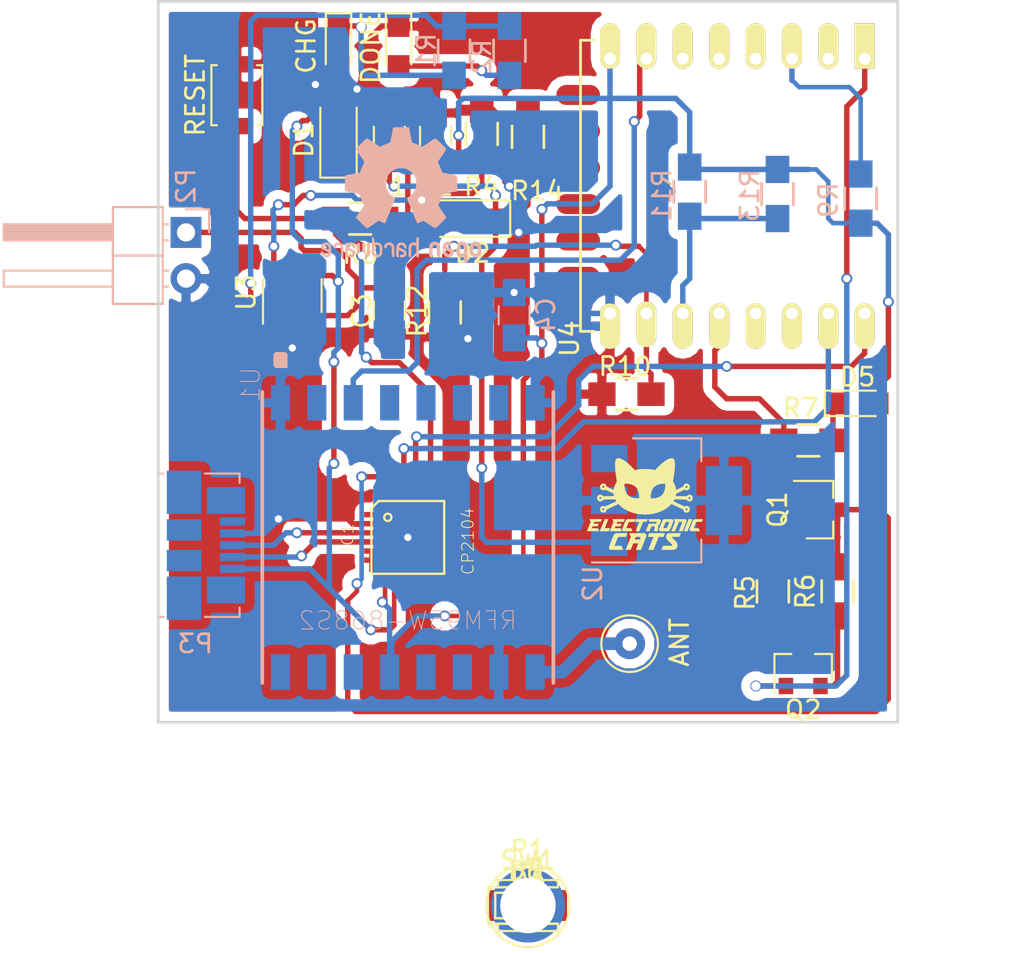
<source format=kicad_pcb>
(kicad_pcb (version 4) (host pcbnew 4.0.6)
  (layers (0 F.Cu signal) (31 B.Cu signal) (34 B.Paste user) (35 F.Paste user) (36 B.SilkS user) (37 F.SilkS user) (38 B.Mask user) (39 F.Mask user) (44 Edge.Cuts user))
  (net 0 "")
  (net 1 "Net-(C1-Pad1)")
  (net 2 GND)
  (net 3 +3V3)
  (net 4 +BATT)
  (net 5 VCC)
  (net 6 "Net-(D3-Pad1)")
  (net 7 "Net-(D4-Pad2)")
  (net 8 "Net-(D5-Pad1)")
  (net 9 "Net-(IC1-Pad1)")
  (net 10 "Net-(IC1-Pad3)")
  (net 11 "Net-(IC1-Pad4)")
  (net 12 "Net-(IC1-Pad9)")
  (net 13 "Net-(IC1-Pad11)")
  (net 14 "Net-(IC1-Pad12)")
  (net 15 "Net-(IC1-Pad13)")
  (net 16 "Net-(IC1-Pad14)")
  (net 17 "Net-(IC1-Pad15)")
  (net 18 "Net-(IC1-Pad16)")
  (net 19 "Net-(IC1-Pad17)")
  (net 20 "Net-(IC1-Pad18)")
  (net 21 /RST)
  (net 22 /TXD)
  (net 23 /RXD)
  (net 24 "Net-(IC1-Pad22)")
  (net 25 /DTR)
  (net 26 "Net-(IC1-Pad24)")
  (net 27 /GPIO0)
  (net 28 "Net-(Q1-Pad2)")
  (net 29 /RESET)
  (net 30 "Net-(Q2-Pad2)")
  (net 31 /RTS)
  (net 32 "Net-(R1-Pad1)")
  (net 33 /ADC)
  (net 34 /CH_PD)
  (net 35 /GPIO15)
  (net 36 /GPIO2)
  (net 37 /GPIO13)
  (net 38 "Net-(U4-Pad9)")
  (net 39 "Net-(U4-Pad10)")
  (net 40 "Net-(U4-Pad11)")
  (net 41 "Net-(U4-Pad12)")
  (net 42 "Net-(U4-Pad13)")
  (net 43 "Net-(U4-Pad14)")
  (net 44 "Net-(R14-Pad1)")
  (net 45 "Net-(P1-Pad1)")
  (net 46 "Net-(P3-Pad5)")
  (net 47 "Net-(R4-Pad1)")
  (net 48 /GPIO12)
  (net 49 /GPIO14)
  (net 50 "Net-(U1-Pad6)")
  (net 51 "Net-(U1-Pad7)")
  (net 52 "Net-(U1-Pad11)")
  (net 53 "Net-(U1-Pad12)")
  (net 54 /DIO2)
  (net 55 /DIO0)
  (net 56 /DIO1)
  (net 57 /GPIO5)
  (net 58 /GPIO4)
  (module Connect:1pin (layer F.Cu) (at 142.66 110.874)
    (fp_text reference ANT (at 2.74 -0.074 270) (layer F.SilkS))
    (fp_text value ANT)
    (pad 1 thru_hole circle (at 0 0) (size 1.7 1.7) (drill 0.8) (layers *.Cu *.Mask) (net 45 "Net-(P1-Pad1)"))
  )
  (module TIH:QFN24-PAD (layer F.Cu) (at 130.468 105.032)
    (fp_text reference IC1 (at -3.302 0 90) (layer F.SilkS) (effects (font (size 0.64 0.64) (thickness 0.05))))
    (fp_text value CP2104 (at 3.302 0.222 90) (layer F.SilkS) (effects (font (size 0.64 0.64) (thickness 0.05))))
    (fp_poly (pts (xy -1.4 -1.4) (xy 1.4 -1.4) (xy 1.4 1.4) (xy -1.4 1.4)) (layer F.Cu) (width 0.381))
    (pad 1 smd rect (at -2 -1.25 180) (size 0.8 0.3) (layers F.Cu F.Paste F.Mask) (net 9 "Net-(IC1-Pad1)"))
    (pad 2 smd rect (at -2 -0.75 180) (size 0.8 0.3) (layers F.Cu F.Paste F.Mask) (net 2 GND))
    (pad 3 smd rect (at -2 -0.25 180) (size 0.8 0.3) (layers F.Cu F.Paste F.Mask) (net 10 "Net-(IC1-Pad3)"))
    (pad 4 smd rect (at -2 0.25 180) (size 0.8 0.3) (layers F.Cu F.Paste F.Mask) (net 11 "Net-(IC1-Pad4)"))
    (pad 5 smd rect (at -2 0.75 180) (size 0.8 0.3) (layers F.Cu F.Paste F.Mask) (net 3 +3V3))
    (pad 6 smd rect (at -2 1.25 180) (size 0.8 0.3) (layers F.Cu F.Paste F.Mask) (net 3 +3V3))
    (pad 7 smd rect (at -1.25 2 90) (size 0.8 0.3) (layers F.Cu F.Paste F.Mask) (net 3 +3V3))
    (pad 8 smd rect (at -0.75 2 90) (size 0.8 0.3) (layers F.Cu F.Paste F.Mask) (net 5 VCC))
    (pad 9 smd rect (at -0.25 2 90) (size 0.8 0.3) (layers F.Cu F.Paste F.Mask) (net 12 "Net-(IC1-Pad9)"))
    (pad 10 smd rect (at 0.25 2 90) (size 0.8 0.3) (layers F.Cu F.Paste F.Mask))
    (pad 11 smd rect (at 0.75 2 90) (size 0.8 0.3) (layers F.Cu F.Paste F.Mask) (net 13 "Net-(IC1-Pad11)"))
    (pad 12 smd rect (at 1.25 2 90) (size 0.8 0.3) (layers F.Cu F.Paste F.Mask) (net 14 "Net-(IC1-Pad12)"))
    (pad 13 smd rect (at 2 1.25) (size 0.8 0.3) (layers F.Cu F.Paste F.Mask) (net 15 "Net-(IC1-Pad13)"))
    (pad 14 smd rect (at 2 0.75) (size 0.8 0.3) (layers F.Cu F.Paste F.Mask) (net 16 "Net-(IC1-Pad14)"))
    (pad 15 smd rect (at 2 0.25) (size 0.8 0.3) (layers F.Cu F.Paste F.Mask) (net 17 "Net-(IC1-Pad15)"))
    (pad 16 smd rect (at 2 -0.25) (size 0.8 0.3) (layers F.Cu F.Paste F.Mask) (net 18 "Net-(IC1-Pad16)"))
    (pad 17 smd rect (at 2 -0.75) (size 0.8 0.3) (layers F.Cu F.Paste F.Mask) (net 19 "Net-(IC1-Pad17)"))
    (pad 18 smd rect (at 2 -1.25) (size 0.8 0.3) (layers F.Cu F.Paste F.Mask) (net 20 "Net-(IC1-Pad18)"))
    (pad 19 smd rect (at 1.25 -2 270) (size 0.8 0.3) (layers F.Cu F.Paste F.Mask) (net 21 /RST))
    (pad 20 smd rect (at 0.75 -2 270) (size 0.8 0.3) (layers F.Cu F.Paste F.Mask) (net 22 /TXD))
    (pad 21 smd rect (at 0.25 -2 270) (size 0.8 0.3) (layers F.Cu F.Paste F.Mask) (net 23 /RXD))
    (pad 22 smd rect (at -0.25 -2 270) (size 0.8 0.3) (layers F.Cu F.Paste F.Mask) (net 24 "Net-(IC1-Pad22)"))
    (pad 23 smd rect (at -0.75 -2 270) (size 0.8 0.3) (layers F.Cu F.Paste F.Mask) (net 25 /DTR))
    (pad 24 smd rect (at -1.25 -2 270) (size 0.8 0.3) (layers F.Cu F.Paste F.Mask) (net 26 "Net-(IC1-Pad24)"))
    (pad TP smd rect (at 0 0) (size 1.5 1.5) (layers F.Cu F.Paste F.Mask) (net 2 GND))
  )
  (module rfm95:XCVR_RFM95W-868S2 (layer B.Cu) (at 130.468 105.032 270)
    (fp_text reference U1 (at -8.382 8.636 270) (layer B.SilkS) (effects (font (thickness 0.05)) (justify mirror)))
    (fp_text value RFM95W-868S2 (at 4.572 0 360) (layer B.SilkS) (effects (font (thickness 0.05)) (justify mirror)))
    (pad 1 smd rect (at -7.4 7 270) (size 1.95 1.05) (layers B.Cu B.Paste B.Mask) (net 2 GND))
    (pad 2 smd rect (at -7.4 5 270) (size 1.95 1.05) (layers B.Cu B.Paste B.Mask) (net 48 /GPIO12))
    (pad 3 smd rect (at -7.4 3 270) (size 1.95 1.05) (layers B.Cu B.Paste B.Mask) (net 37 /GPIO13))
    (pad 4 smd rect (at -7.4 1 270) (size 1.95 1.05) (layers B.Cu B.Paste B.Mask) (net 49 /GPIO14))
    (pad 5 smd rect (at -7.4 -1 270) (size 1.95 1.05) (layers B.Cu B.Paste B.Mask) (net 57 /GPIO5))
    (pad 6 smd rect (at -7.4 -3 270) (size 1.95 1.05) (layers B.Cu B.Paste B.Mask) (net 50 "Net-(U1-Pad6)"))
    (pad 7 smd rect (at -7.4 -5 270) (size 1.95 1.05) (layers B.Cu B.Paste B.Mask) (net 51 "Net-(U1-Pad7)"))
    (pad 8 smd rect (at -7.4 -7 270) (size 1.95 1.05) (layers B.Cu B.Paste B.Mask) (net 2 GND))
    (pad 9 smd rect (at 7.4 -7 90) (size 1.95 1.05) (layers B.Cu B.Paste B.Mask) (net 45 "Net-(P1-Pad1)"))
    (pad 10 smd rect (at 7.4 -5 90) (size 1.95 1.05) (layers B.Cu B.Paste B.Mask) (net 2 GND))
    (pad 11 smd rect (at 7.4 -3 90) (size 1.95 1.05) (layers B.Cu B.Paste B.Mask) (net 52 "Net-(U1-Pad11)"))
    (pad 12 smd rect (at 7.4 -1 90) (size 1.95 1.05) (layers B.Cu B.Paste B.Mask) (net 53 "Net-(U1-Pad12)"))
    (pad 13 smd rect (at 7.4 1 90) (size 1.95 1.05) (layers B.Cu B.Paste B.Mask) (net 3 +3V3))
    (pad 14 smd rect (at 7.4 3 90) (size 1.95 1.05) (layers B.Cu B.Paste B.Mask) (net 55 /DIO0))
    (pad 15 smd rect (at 7.4 5 90) (size 1.95 1.05) (layers B.Cu B.Paste B.Mask) (net 56 /DIO1))
    (pad 16 smd rect (at 7.4 7 90) (size 1.95 1.05) (layers B.Cu B.Paste B.Mask) (net 54 /DIO2))
  )
  (module ESP8266:ESP-12E (layer F.Cu) (at 155.582 78.722 270)
    (fp_text reference U4 (at 15.388 16.224 450) (layer F.SilkS))
    (fp_text value ESP8266-12E)
    (pad 1 thru_hole rect (at 0 0 270) (size 2.5 1.1) (drill 0.65 (offset -0.7 0)) (layers *.Cu *.Mask F.SilkS) (net 29 /RESET))
    (pad 2 thru_hole oval (at 0 2 270) (size 2.5 1.1) (drill 0.65 (offset -0.7 0)) (layers *.Cu *.Mask F.SilkS) (net 33 /ADC))
    (pad 3 thru_hole oval (at 0 4 270) (size 2.5 1.1) (drill 0.65 (offset -0.7 0)) (layers *.Cu *.Mask F.SilkS) (net 34 /CH_PD))
    (pad 4 thru_hole oval (at 0 6 270) (size 2.5 1.1) (drill 0.65 (offset -0.7 0)) (layers *.Cu *.Mask F.SilkS) (net 29 /RESET))
    (pad 5 thru_hole oval (at 0 8 270) (size 2.5 1.1) (drill 0.65 (offset -0.7 0)) (layers *.Cu *.Mask F.SilkS) (net 49 /GPIO14))
    (pad 6 thru_hole oval (at 0 10 270) (size 2.5 1.1) (drill 0.65 (offset -0.7 0)) (layers *.Cu *.Mask F.SilkS) (net 48 /GPIO12))
    (pad 7 thru_hole oval (at 0 12 270) (size 2.5 1.1) (drill 0.65 (offset -0.7 0)) (layers *.Cu *.Mask F.SilkS) (net 37 /GPIO13))
    (pad 8 thru_hole oval (at 0 14 270) (size 2.5 1.1) (drill 0.65 (offset -0.7 0)) (layers *.Cu *.Mask F.SilkS) (net 3 +3V3))
    (pad 9 smd oval (at 1.99 15.75) (size 2.4 1.1) (layers F.Cu F.Paste F.Mask) (net 38 "Net-(U4-Pad9)"))
    (pad 10 smd oval (at 3.99 15.75) (size 2.4 1.1) (layers F.Cu F.Paste F.Mask) (net 39 "Net-(U4-Pad10)"))
    (pad 11 smd oval (at 5.99 15.75) (size 2.4 1.1) (layers F.Cu F.Paste F.Mask) (net 40 "Net-(U4-Pad11)"))
    (pad 12 smd oval (at 7.99 15.75) (size 2.4 1.1) (layers F.Cu F.Paste F.Mask) (net 41 "Net-(U4-Pad12)"))
    (pad 13 smd oval (at 9.99 15.75) (size 2.4 1.1) (layers F.Cu F.Paste F.Mask) (net 42 "Net-(U4-Pad13)"))
    (pad 14 smd oval (at 11.99 15.75) (size 2.4 1.1) (layers F.Cu F.Paste F.Mask) (net 43 "Net-(U4-Pad14)"))
    (pad 15 thru_hole oval (at 14 14 270) (size 2.5 1.1) (drill 0.65 (offset 0.7 0)) (layers *.Cu *.Mask F.SilkS) (net 2 GND))
    (pad 16 thru_hole oval (at 14 12 270) (size 2.5 1.1) (drill 0.65 (offset 0.6 0)) (layers *.Cu *.Mask F.SilkS) (net 35 /GPIO15))
    (pad 17 thru_hole oval (at 14 10 270) (size 2.5 1.1) (drill 0.65 (offset 0.7 0)) (layers *.Cu *.Mask F.SilkS) (net 36 /GPIO2))
    (pad 18 thru_hole oval (at 14 8 270) (size 2.5 1.1) (drill 0.65 (offset 0.7 0)) (layers *.Cu *.Mask F.SilkS) (net 27 /GPIO0))
    (pad 19 thru_hole oval (at 14 6 270) (size 2.5 1.1) (drill 0.65 (offset 0.7 0)) (layers *.Cu *.Mask F.SilkS) (net 58 /GPIO4))
    (pad 20 thru_hole oval (at 14 4 270) (size 2.5 1.1) (drill 0.65 (offset 0.7 0)) (layers *.Cu *.Mask F.SilkS) (net 57 /GPIO5))
    (pad 21 thru_hole oval (at 14 2 270) (size 2.5 1.1) (drill 0.65 (offset 0.7 0)) (layers *.Cu *.Mask F.SilkS) (net 23 /RXD))
    (pad 22 thru_hole oval (at 14 0 270) (size 2.5 1.1) (drill 0.65 (offset 0.7 0)) (layers *.Cu *.Mask F.SilkS) (net 22 /TXD))
  )
  (module Capacitors_SMD:C_0805_HandSoldering (layer F.Cu) (at 131.992 82.954 90)
    (fp_text reference C2 (at -2.774 0 180) (layer F.SilkS))
    (fp_text value 4.7uF)
    (pad 1 smd rect (at -1.25 0 90) (size 1.5 1.25) (layers F.Cu F.Paste F.Mask) (net 3 +3V3))
    (pad 2 smd rect (at 1.25 0 90) (size 1.5 1.25) (layers F.Cu F.Paste F.Mask) (net 2 GND))
  )
  (module LEDs:LED_0805 (layer F.Cu) (at 129.96 78.024 270)
    (fp_text reference DONE (at 0.084 1.524 270) (layer F.SilkS))
    (fp_text value DONE)
    (pad 2 smd rect (at 1.1 0 90) (size 1.2 1.2) (layers F.Cu F.Paste F.Mask) (net 7 "Net-(D4-Pad2)"))
    (pad 1 smd rect (at -1.1 0 90) (size 1.2 1.2) (layers F.Cu F.Paste F.Mask) (net 2 GND))
  )
  (module Capacitors_SMD:C_0805_HandSoldering (layer F.Cu) (at 129.452 82.954 90)
    (fp_text reference C1 (at -2.774 0 180) (layer F.SilkS))
    (fp_text value 4.7uF)
    (pad 1 smd rect (at -1.25 0 90) (size 1.5 1.25) (layers F.Cu F.Paste F.Mask) (net 1 "Net-(C1-Pad1)"))
    (pad 2 smd rect (at 1.25 0 90) (size 1.5 1.25) (layers F.Cu F.Paste F.Mask) (net 2 GND))
  )
  (module Resistors_SMD:R_0805_HandSoldering (layer F.Cu) (at 134.532 82.854 90)
    (fp_text reference R4 (at -2.874 0 180) (layer F.SilkS))
    (fp_text value 10K)
    (pad 1 smd rect (at -1.35 0 90) (size 1.5 1.3) (layers F.Cu F.Paste F.Mask) (net 47 "Net-(R4-Pad1)"))
    (pad 2 smd rect (at 1.35 0 90) (size 1.5 1.3) (layers F.Cu F.Paste F.Mask) (net 2 GND))
  )
  (module Resistors_SMD:R_0805_HandSoldering (layer F.Cu) (at 137.072 83.014 270)
    (fp_text reference R14 (at 2.968 -0.508 360) (layer F.SilkS))
    (fp_text value 10K)
    (pad 1 smd rect (at -1.35 0 270) (size 1.5 1.3) (layers F.Cu F.Paste F.Mask) (net 44 "Net-(R14-Pad1)"))
    (pad 2 smd rect (at 1.35 0 270) (size 1.5 1.3) (layers F.Cu F.Paste F.Mask) (net 1 "Net-(C1-Pad1)"))
  )
  (module Diodes_SMD:D_SOD-123F (layer F.Cu) (at 133.894 87.506 180)
    (fp_text reference D2 (at -0.127 -1.905 180) (layer F.SilkS))
    (fp_text value D_Schottky)
    (pad 1 smd rect (at -1.4 0 180) (size 1.1 1.1) (layers F.Cu F.Paste F.Mask) (net 1 "Net-(C1-Pad1)"))
    (pad 2 smd rect (at 1.4 0 180) (size 1.1 1.1) (layers F.Cu F.Paste F.Mask) (net 4 +BATT))
  )
  (module Resistors_SMD:R_0805_HandSoldering (layer F.Cu) (at 132.5 92.666 270)
    (fp_text reference R12 (at -0.08 1.524 270) (layer F.SilkS))
    (fp_text value 10K)
    (pad 1 smd rect (at -1.35 0 270) (size 1.5 1.3) (layers F.Cu F.Paste F.Mask) (net 35 /GPIO15))
    (pad 2 smd rect (at 1.35 0 270) (size 1.5 1.3) (layers F.Cu F.Paste F.Mask) (net 2 GND))
  )
  (module Capacitors_SMD:C_0805_HandSoldering (layer F.Cu) (at 129.452 92.566 270)
    (fp_text reference C3 (at 0.02 1.524 270) (layer F.SilkS))
    (fp_text value 10uF)
    (pad 1 smd rect (at -1.25 0 270) (size 1.5 1.25) (layers F.Cu F.Paste F.Mask) (net 4 +BATT))
    (pad 2 smd rect (at 1.25 0 270) (size 1.5 1.25) (layers F.Cu F.Paste F.Mask) (net 2 GND))
  )
  (module TO_SOT_Packages_SMD:SOT-23-5 (layer F.Cu) (at 124.118 91.74 90)
    (fp_text reference U3 (at 0.17 -2.54 90) (layer F.SilkS))
    (fp_text value MCP73831T-2ATI/OT)
    (pad 1 smd rect (at -1.1 -0.95 90) (size 1.06 0.65) (layers F.Cu F.Paste F.Mask) (net 32 "Net-(R1-Pad1)"))
    (pad 2 smd rect (at -1.1 0 90) (size 1.06 0.65) (layers F.Cu F.Paste F.Mask) (net 2 GND))
    (pad 3 smd rect (at -1.1 0.95 90) (size 1.06 0.65) (layers F.Cu F.Paste F.Mask) (net 4 +BATT))
    (pad 4 smd rect (at 1.1 0.95 90) (size 1.06 0.65) (layers F.Cu F.Paste F.Mask) (net 5 VCC))
    (pad 5 smd rect (at 1.1 -0.95 90) (size 1.06 0.65) (layers F.Cu F.Paste F.Mask) (net 47 "Net-(R4-Pad1)"))
  )
  (module Buttons_Switches_SMD:SW_SPST_B3U-1000P (layer F.Cu) (at 121.07 80.726 270)
    (fp_text reference RESET (at 0 2.286 270) (layer F.SilkS))
    (fp_text value SW_RESET)
    (pad 1 smd rect (at -1.7 0 270) (size 0.9 1.7) (layers F.Cu F.Paste F.Mask) (net 2 GND))
    (pad 2 smd rect (at 1.7 0 270) (size 0.9 1.7) (layers F.Cu F.Paste F.Mask) (net 21 /RST))
  )
  (module LEDs:LED_0805 (layer F.Cu) (at 126.658 78.024 270)
    (fp_text reference CHG (at 0 1.778 270) (layer F.SilkS))
    (fp_text value CHG)
    (pad 2 smd rect (at 1.1 0 90) (size 1.2 1.2) (layers F.Cu F.Paste F.Mask) (net 5 VCC))
    (pad 1 smd rect (at -1.1 0 90) (size 1.2 1.2) (layers F.Cu F.Paste F.Mask) (net 6 "Net-(D3-Pad1)"))
  )
  (module Diodes_SMD:D_SOD-123F (layer F.Cu) (at 126.658 83.058 90)
    (fp_text reference D1 (at -0.127 -1.905 90) (layer F.SilkS))
    (fp_text value D_Schottky)
    (pad 1 smd rect (at -1.4 0 90) (size 1.1 1.1) (layers F.Cu F.Paste F.Mask) (net 1 "Net-(C1-Pad1)"))
    (pad 2 smd rect (at 1.4 0 90) (size 1.1 1.1) (layers F.Cu F.Paste F.Mask) (net 5 VCC))
  )
  (module Resistors_SMD:R_0805_HandSoldering (layer F.Cu) (at 127.848 87.506 180)
    (fp_text reference R8 (at -0.0038 -1.9685 180) (layer F.SilkS))
    (fp_text value 10K)
    (pad 1 smd rect (at -1.35 0 180) (size 1.5 1.3) (layers F.Cu F.Paste F.Mask) (net 3 +3V3))
    (pad 2 smd rect (at 1.35 0 180) (size 1.5 1.3) (layers F.Cu F.Paste F.Mask) (net 21 /RST))
  )
  (module Resistors_SMD:R_0805_HandSoldering (layer F.Cu) (at 150.534 108 270)
    (fp_text reference R5 (at 0.08 1.524 270) (layer F.SilkS))
    (fp_text value 10K)
    (pad 1 smd rect (at -1.35 0 270) (size 1.5 1.3) (layers F.Cu F.Paste F.Mask) (net 28 "Net-(Q1-Pad2)"))
    (pad 2 smd rect (at 1.35 0 270) (size 1.5 1.3) (layers F.Cu F.Paste F.Mask) (net 31 /RTS))
  )
  (module TO_SOT_Packages_SMD:SOT-23 (layer F.Cu) (at 153.09 103.508)
    (fp_text reference Q1 (at -2.302 0 90) (layer F.SilkS))
    (fp_text value MMBT2222A)
    (pad 1 smd rect (at -1 -0.95) (size 0.9 0.8) (layers F.Cu F.Paste F.Mask) (net 27 /GPIO0))
    (pad 2 smd rect (at -1 0.95) (size 0.9 0.8) (layers F.Cu F.Paste F.Mask) (net 28 "Net-(Q1-Pad2)"))
    (pad 3 smd rect (at 1 0) (size 0.9 0.8) (layers F.Cu F.Paste F.Mask) (net 25 /DTR))
  )
  (module Resistors_SMD:R_0805_HandSoldering (layer F.Cu) (at 154.09 108 90)
    (fp_text reference R6 (at -0.0038 -1.778 90) (layer F.SilkS))
    (fp_text value 10K)
    (pad 1 smd rect (at -1.35 0 90) (size 1.5 1.3) (layers F.Cu F.Paste F.Mask) (net 30 "Net-(Q2-Pad2)"))
    (pad 2 smd rect (at 1.35 0 90) (size 1.5 1.3) (layers F.Cu F.Paste F.Mask) (net 25 /DTR))
  )
  (module Resistors_SMD:R_0805_HandSoldering (layer F.Cu) (at 152.486 99.698)
    (fp_text reference R7 (at -0.428 -1.778) (layer F.SilkS))
    (fp_text value 330R)
    (pad 1 smd rect (at -1.35 0) (size 1.5 1.3) (layers F.Cu F.Paste F.Mask) (net 27 /GPIO0))
    (pad 2 smd rect (at 1.35 0) (size 1.5 1.3) (layers F.Cu F.Paste F.Mask) (net 8 "Net-(D5-Pad1)"))
  )
  (module LEDs:LED_0805 (layer F.Cu) (at 155.19 97.666)
    (fp_text reference D5 (at 0 -1.45 180) (layer F.SilkS))
    (fp_text value Led)
    (pad 2 smd rect (at 1.1 0 180) (size 1.2 1.2) (layers F.Cu F.Paste F.Mask) (net 3 +3V3))
    (pad 1 smd rect (at -1.1 0 180) (size 1.2 1.2) (layers F.Cu F.Paste F.Mask) (net 8 "Net-(D5-Pad1)"))
  )
  (module TO_SOT_Packages_SMD:SOT-23 (layer F.Cu) (at 152.2 112.2 90)
    (fp_text reference Q2 (at -2.302 0 180) (layer F.SilkS))
    (fp_text value MMBT2222A)
    (pad 1 smd rect (at -1 -0.95 90) (size 0.9 0.8) (layers F.Cu F.Paste F.Mask) (net 29 /RESET))
    (pad 2 smd rect (at -1 0.95 90) (size 0.9 0.8) (layers F.Cu F.Paste F.Mask) (net 30 "Net-(Q2-Pad2)"))
    (pad 3 smd rect (at 1 0 90) (size 0.9 0.8) (layers F.Cu F.Paste F.Mask) (net 31 /RTS))
  )
  (module Resistors_SMD:R_0805_HandSoldering (layer F.Cu) (at 142.486 97.158 180)
    (fp_text reference R10 (at 0.08 1.524 180) (layer F.SilkS))
    (fp_text value 10K)
    (pad 1 smd rect (at -1.35 0 180) (size 1.5 1.3) (layers F.Cu F.Paste F.Mask) (net 35 /GPIO15))
    (pad 2 smd rect (at 1.35 0 180) (size 1.5 1.3) (layers F.Cu F.Paste F.Mask) (net 2 GND))
  )
  (module Resistors_SMD:R_0805_HandSoldering (layer B.Cu) (at 145.962 86.02784 270)
    (fp_text reference R11 (at 0.20816 1.524 270) (layer B.SilkS) (effects (justify mirror)))
    (fp_text value 10K)
    (pad 1 smd rect (at -1.35 0 270) (size 1.5 1.3) (layers B.Cu B.Paste B.Mask) (net 3 +3V3))
    (pad 2 smd rect (at 1.35 0 270) (size 1.5 1.3) (layers B.Cu B.Paste B.Mask) (net 36 /GPIO2))
  )
  (module Resistors_SMD:R_0805_HandSoldering (layer B.Cu) (at 150.788 86.156 270)
    (fp_text reference R13 (at 0.08 1.524 270) (layer B.SilkS) (effects (justify mirror)))
    (fp_text value 10K)
    (pad 1 smd rect (at -1.35 0 270) (size 1.5 1.3) (layers B.Cu B.Paste B.Mask) (net 3 +3V3))
    (pad 2 smd rect (at 1.35 0 270) (size 1.5 1.3) (layers B.Cu B.Paste B.Mask) (net 36 /GPIO2))
  )
  (module Resistors_SMD:R_0805_HandSoldering (layer B.Cu) (at 155.36 86.41 90)
    (fp_text reference R9 (at -0.08 -1.778 90) (layer B.SilkS) (effects (justify mirror)))
    (fp_text value 10K)
    (pad 1 smd rect (at -1.35 0 90) (size 1.5 1.3) (layers B.Cu B.Paste B.Mask) (net 3 +3V3))
    (pad 2 smd rect (at 1.35 0 90) (size 1.5 1.3) (layers B.Cu B.Paste B.Mask) (net 34 /CH_PD))
  )
  (module Resistors_SMD:R_0805_HandSoldering (layer B.Cu) (at 136.056 78.282 270)
    (fp_text reference R2 (at 0.334 1.524 450) (layer B.SilkS) (effects (justify mirror)))
    (fp_text value 330R)
    (pad 1 smd rect (at -1.35 0 270) (size 1.5 1.3) (layers B.Cu B.Paste B.Mask) (net 32 "Net-(R1-Pad1)"))
    (pad 2 smd rect (at 1.35 0 270) (size 1.5 1.3) (layers B.Cu B.Paste B.Mask) (net 7 "Net-(D4-Pad2)"))
  )
  (module Resistors_SMD:R_0805_HandSoldering (layer B.Cu) (at 133.008 78.282 270)
    (fp_text reference R1 (at 0 1.524 270) (layer B.SilkS) (effects (justify mirror)))
    (fp_text value 330R)
    (pad 1 smd rect (at -1.35 0 270) (size 1.5 1.3) (layers B.Cu B.Paste B.Mask) (net 32 "Net-(R1-Pad1)"))
    (pad 2 smd rect (at 1.35 0 270) (size 1.5 1.3) (layers B.Cu B.Paste B.Mask) (net 6 "Net-(D3-Pad1)"))
  )
  (module Capacitors_SMD:C_0805_HandSoldering (layer B.Cu) (at 136.31 92.82 90)
    (fp_text reference C4 (at 0 1.75 90) (layer B.SilkS) (effects (justify mirror)))
    (fp_text value 10uF)
    (pad 1 smd rect (at -1.25 0 90) (size 1.5 1.25) (layers B.Cu B.Paste B.Mask) (net 3 +3V3))
    (pad 2 smd rect (at 1.25 0 90) (size 1.5 1.25) (layers B.Cu B.Paste B.Mask) (net 2 GND))
  )
  (module TO_SOT_Packages_SMD:SOT-223-3Lead_TabPin2 (layer B.Cu) (at 144.692 103)
    (fp_text reference U2 (at -4.064 4.572 270) (layer B.SilkS) (effects (justify mirror)))
    (fp_text value AP2114)
    (pad 2 smd rect (at 3.15 0) (size 2 3.8) (layers B.Cu B.Paste B.Mask) (net 3 +3V3))
    (pad 2 smd rect (at -3.15 0) (size 2 1.5) (layers B.Cu B.Paste B.Mask) (net 3 +3V3))
    (pad 3 smd rect (at -3.15 -2.3) (size 2 1.5) (layers B.Cu B.Paste B.Mask) (net 1 "Net-(C1-Pad1)"))
    (pad 1 smd rect (at -3.15 2.3) (size 2 1.5) (layers B.Cu B.Paste B.Mask) (net 2 GND))
  )
  (module Connectors_Molex:USB_Micro-B_Molex_47346-0001 (layer B.Cu) (at 119.5 105.4625)
    (fp_text reference P3 (at -0.716 5.4115 180) (layer B.SilkS) (effects (justify mirror)))
    (fp_text value USB_B)
    (pad 1 smd rect (at 1.33 1.3) (size 1.38 0.45) (layers B.Cu B.Paste B.Mask) (net 5 VCC))
    (pad 2 smd rect (at 1.33 0.65) (size 1.38 0.45) (layers B.Cu B.Paste B.Mask) (net 11 "Net-(IC1-Pad4)"))
    (pad 3 smd rect (at 1.33 0) (size 1.38 0.45) (layers B.Cu B.Paste B.Mask) (net 10 "Net-(IC1-Pad3)"))
    (pad 4 smd rect (at 1.33 -0.65) (size 1.38 0.45) (layers B.Cu B.Paste B.Mask) (net 2 GND))
    (pad 5 smd rect (at 1.33 -1.3) (size 1.38 0.45) (layers B.Cu B.Paste B.Mask) (net 46 "Net-(P3-Pad5)"))
    (pad 6 smd rect (at 0.97 2.4625) (size 2.1 1.475) (layers B.Cu B.Paste B.Mask))
    (pad 6 smd rect (at 0.97 -2.4625) (size 2.1 1.475) (layers B.Cu B.Paste B.Mask))
    (pad 6 smd rect (at -1.33 2.91) (size 1.9 2.375) (layers B.Cu B.Paste B.Mask))
    (pad 6 smd rect (at -1.33 -2.91) (size 1.9 2.375) (layers B.Cu B.Paste B.Mask))
    (pad 6 smd rect (at -1.33 0.84) (size 1.9 1.175) (layers B.Cu B.Paste B.Mask))
    (pad 6 smd rect (at -1.33 -0.84) (size 1.9 1.175) (layers B.Cu B.Paste B.Mask))
  )
  (module Pin_Headers:Pin_Header_Angled_1x02_Pitch2.54mm (layer B.Cu) (at 118.276 88.268 180)
    (fp_text reference P2 (at 0 2.54 450) (layer B.SilkS) (effects (justify mirror)))
    (fp_text value Battery)
    (pad 1 thru_hole rect (at 0 0 180) (size 1.7 1.7) (drill 1) (layers *.Cu *.Mask) (net 4 +BATT))
    (pad 2 thru_hole oval (at 0 -2.54 180) (size 1.7 1.7) (drill 1) (layers *.Cu *.Mask) (net 2 GND))
  )
  (module TIH:electronic_cats_logo_4x3 (layer F.Cu) (at 143.5 103.2)
    (fp_text reference G*** hide)
    (fp_text value LOGO hide)
  )
  (module Symbols:OSHW-Logo2_9.8x8mm_SilkScreen (layer B.Cu) (at 130.1 86.2 180)
    (fp_text reference REF*** hide)
    (fp_text value OSHW-Logo2_9.8x8mm_SilkScreen hide)
  )
  (module LEDs:LED_0805 (layer F.Cu) (at 137.072 125.267001)
    (fp_text reference D3 (at 0 -1.45) (layer F.SilkS))
    (fp_text value CHG)
    (pad 2 smd rect (at 1.1 0 180) (size 1.2 1.2) (layers F.Cu F.Paste F.Mask) (net 5 VCC))
    (pad 1 smd rect (at -1.1 0 180) (size 1.2 1.2) (layers F.Cu F.Paste F.Mask) (net 6 "Net-(D3-Pad1)"))
  )
  (module LEDs:LED_0805 (layer F.Cu) (at 137.072 125.267001)
    (fp_text reference D4 (at 0 -1.45) (layer F.SilkS))
    (fp_text value DONE)
    (pad 2 smd rect (at 1.1 0 180) (size 1.2 1.2) (layers F.Cu F.Paste F.Mask) (net 7 "Net-(D4-Pad2)"))
    (pad 1 smd rect (at -1.1 0 180) (size 1.2 1.2) (layers F.Cu F.Paste F.Mask) (net 2 GND))
  )
  (module Diodes_SMD:D_SOD-123F (layer F.Cu) (at 137.072 125.267001)
    (fp_text reference D6 (at -0.127 -1.905) (layer F.SilkS))
    (fp_text value D)
    (pad 1 smd rect (at -1.4 0) (size 1.1 1.1) (layers F.Cu F.Paste F.Mask) (net 35 /GPIO15))
    (pad 2 smd rect (at 1.4 0) (size 1.1 1.1) (layers F.Cu F.Paste F.Mask) (net 54 /DIO2))
  )
  (module Diodes_SMD:D_SOD-123F (layer F.Cu) (at 137.072 125.267001)
    (fp_text reference D7 (at -0.127 -1.905) (layer F.SilkS))
    (fp_text value D)
    (pad 1 smd rect (at -1.4 0) (size 1.1 1.1) (layers F.Cu F.Paste F.Mask) (net 35 /GPIO15))
    (pad 2 smd rect (at 1.4 0) (size 1.1 1.1) (layers F.Cu F.Paste F.Mask) (net 55 /DIO0))
  )
  (module Diodes_SMD:D_SOD-123F (layer F.Cu) (at 137.072 125.267001)
    (fp_text reference D8 (at -0.127 -1.905) (layer F.SilkS))
    (fp_text value D)
    (pad 1 smd rect (at -1.4 0) (size 1.1 1.1) (layers F.Cu F.Paste F.Mask) (net 35 /GPIO15))
    (pad 2 smd rect (at 1.4 0) (size 1.1 1.1) (layers F.Cu F.Paste F.Mask) (net 56 /DIO1))
  )
  (module Connect:1pin (layer F.Cu) (at 137.072 125.267001)
    (fp_text reference P1 (at 0 -3.048) (layer F.SilkS))
    (fp_text value ANT)
    (pad 1 thru_hole circle (at 0 0) (size 4.064 4.064) (drill 3.048) (layers *.Cu *.Mask) (net 45 "Net-(P1-Pad1)"))
  )
  (module Buttons_Switches_SMD:SW_SPST_B3U-1000P (layer F.Cu) (at 137.072 125.267001)
    (fp_text reference SW1 (at 0 -2.5) (layer F.SilkS))
    (fp_text value SW_RESET)
    (pad 1 smd rect (at -1.7 0) (size 0.9 1.7) (layers F.Cu F.Paste F.Mask) (net 2 GND))
    (pad 2 smd rect (at 1.7 0) (size 0.9 1.7) (layers F.Cu F.Paste F.Mask) (net 21 /RST))
  )
  (gr_line (start 116.752 75.568) (end 116.752 115.192) (layer Edge.Cuts) (width 0.15))
  (gr_line (start 157.392 75.568) (end 116.752 75.568) (layer Edge.Cuts) (width 0.15))
  (gr_line (start 157.392 115.192) (end 157.392 75.568) (layer Edge.Cuts) (width 0.15))
  (gr_line (start 116.752 115.192) (end 157.392 115.192) (layer Edge.Cuts) (width 0.15))
  (segment (start 135.294 87.506) (end 136.31 87.506) (width 0.3) (layer F.Cu) (net 1))
  (segment (start 136.31 87.506) (end 137.072 86.744) (width 0.3) (layer F.Cu) (net 1))
  (segment (start 137.072 86.744) (end 137.072 85.22) (width 0.3) (layer F.Cu) (net 1))
  (segment (start 137.072 85.22) (end 137.072 84.364) (width 0.3) (layer F.Cu) (net 1))
  (segment (start 135.294 86.236) (end 135.294 87.506) (width 0.3) (layer F.Cu) (net 1))
  (segment (start 135.04 85.728) (end 135.294 85.982) (width 0.3) (layer B.Cu) (net 1))
  (segment (start 135.294 85.982) (end 135.294 86.236) (width 0.3) (layer B.Cu) (net 1))
  (via (at 135.294 86.236) (size 0.6) (drill 0.4) (layers F.Cu B.Cu) (net 1))
  (segment (start 134.532 85.728) (end 135.04 85.728) (width 0.3) (layer B.Cu) (net 1))
  (segment (start 135.294 89.03) (end 135.294 87.506) (width 0.3) (layer F.Cu) (net 1))
  (segment (start 129.706 85.728) (end 134.532 85.728) (width 0.3) (layer B.Cu) (net 1))
  (via (at 129.706 85.728) (size 0.6) (drill 0.4) (layers F.Cu B.Cu) (net 1))
  (segment (start 129.452 84.204) (end 129.452 85.474) (width 0.3) (layer F.Cu) (net 1))
  (segment (start 129.452 85.474) (end 129.706 85.728) (width 0.3) (layer F.Cu) (net 1))
  (segment (start 129.452 84.204) (end 126.912 84.204) (width 0.3) (layer F.Cu) (net 1))
  (segment (start 126.912 84.204) (end 126.658 84.458) (width 0.3) (layer F.Cu) (net 1))
  (segment (start 134.8 105.3) (end 134.532 105.032) (width 0.3) (layer B.Cu) (net 2))
  (segment (start 134.532 105.032) (end 134.532 101.222) (width 0.3) (layer B.Cu) (net 2))
  (segment (start 141.542 105.3) (end 134.8 105.3) (width 0.3) (layer B.Cu) (net 2))
  (segment (start 134.532 101.222) (end 134.532 89.792) (width 0.3) (layer F.Cu) (net 2))
  (segment (start 134.532 89.792) (end 135.294 89.03) (width 0.3) (layer F.Cu) (net 2))
  (via (at 134.532 101.222) (size 0.6) (drill 0.4) (layers F.Cu B.Cu) (net 2))
  (segment (start 136.31 91.57) (end 134.33 91.57) (width 0.3) (layer B.Cu) (net 2))
  (segment (start 134.33 91.57) (end 133.77 92.13) (width 0.3) (layer B.Cu) (net 2))
  (segment (start 133.77 92.13) (end 133.77 94.11) (width 0.3) (layer B.Cu) (net 2))
  (segment (start 122.5875 104.8125) (end 122.5875 104.7845) (width 0.3) (layer B.Cu) (net 2))
  (segment (start 122.5875 104.7845) (end 123.356 104.016) (width 0.3) (layer B.Cu) (net 2))
  (segment (start 120.83 104.8125) (end 122.5 104.8125) (width 0.3) (layer B.Cu) (net 2))
  (segment (start 122.5 104.8125) (end 122.5875 104.8125) (width 0.3) (layer B.Cu) (net 2))
  (segment (start 127.166 104.016) (end 127.3 104.15) (width 0.3) (layer F.Cu) (net 2))
  (segment (start 127.3 104.15) (end 127.45299 104.30299) (width 0.3) (layer F.Cu) (net 2))
  (segment (start 130.468 105.032) (end 130.232 105.032) (width 0.3) (layer F.Cu) (net 2))
  (segment (start 129.481999 104.281999) (end 127.432 104.282) (width 0.3) (layer F.Cu) (net 2))
  (segment (start 130.232 105.032) (end 129.481999 104.281999) (width 0.3) (layer F.Cu) (net 2))
  (segment (start 127.432 104.282) (end 127.3 104.15) (width 0.3) (layer F.Cu) (net 2))
  (segment (start 127.767008 104.30299) (end 127.84701 104.30299) (width 0.3) (layer F.Cu) (net 2))
  (segment (start 127.84701 104.30299) (end 127.868 104.282) (width 0.3) (layer F.Cu) (net 2))
  (segment (start 127.868 104.282) (end 128.468 104.282) (width 0.3) (layer F.Cu) (net 2))
  (segment (start 123.356 104.016) (end 127.166 104.016) (width 0.3) (layer F.Cu) (net 2))
  (segment (start 127.45299 104.30299) (end 127.767008 104.30299) (width 0.3) (layer F.Cu) (net 2))
  (segment (start 127.767008 104.30299) (end 127.787998 104.282) (width 0.3) (layer F.Cu) (net 2))
  (segment (start 123.356 104.016) (end 123.356 97.744) (width 0.3) (layer B.Cu) (net 2))
  (segment (start 123.356 97.744) (end 123.468 97.632) (width 0.3) (layer B.Cu) (net 2))
  (segment (start 143.422 107.572) (end 135.7 107.572) (width 0.3) (layer B.Cu) (net 2))
  (segment (start 135.7 107.572) (end 133.008 107.572) (width 0.3) (layer B.Cu) (net 2))
  (segment (start 135.58 110.144) (end 135.58 107.692) (width 0.3) (layer B.Cu) (net 2))
  (segment (start 135.58 107.692) (end 135.7 107.572) (width 0.3) (layer B.Cu) (net 2))
  (segment (start 132.9 105.4) (end 132.9 107.464) (width 0.3) (layer B.Cu) (net 2))
  (segment (start 132.9 107.464) (end 133.008 107.572) (width 0.3) (layer B.Cu) (net 2))
  (segment (start 132.532 105.032) (end 132.9 105.4) (width 0.3) (layer B.Cu) (net 2))
  (segment (start 130.468 105.032) (end 132.532 105.032) (width 0.3) (layer B.Cu) (net 2))
  (segment (start 123.468 97.632) (end 123.468 96.357) (width 0.3) (layer B.Cu) (net 2))
  (segment (start 123.468 96.357) (end 124.118 95.707) (width 0.3) (layer B.Cu) (net 2))
  (segment (start 124.118 95.707) (end 124.118 94.618) (width 0.3) (layer B.Cu) (net 2))
  (segment (start 141.136 95.126) (end 141.582 94.68) (width 0.3) (layer F.Cu) (net 2))
  (segment (start 141.582 94.68) (end 141.582 92.722) (width 0.3) (layer F.Cu) (net 2))
  (segment (start 141.136 97.158) (end 141.136 95.126) (width 0.3) (layer F.Cu) (net 2))
  (segment (start 136.564 88.268) (end 136.564 86.236) (width 0.3) (layer B.Cu) (net 2))
  (segment (start 136.564 86.236) (end 136.056 85.728) (width 0.3) (layer B.Cu) (net 2))
  (segment (start 136.056 85.728) (end 135.802 85.474) (width 0.3) (layer F.Cu) (net 2))
  (segment (start 135.802 85.474) (end 135.802 82.172) (width 0.3) (layer F.Cu) (net 2))
  (segment (start 135.802 82.172) (end 135.134 81.504) (width 0.3) (layer F.Cu) (net 2))
  (segment (start 135.134 81.504) (end 134.532 81.504) (width 0.3) (layer F.Cu) (net 2))
  (segment (start 124.118 94.618) (end 121.832 94.618) (width 0.3) (layer B.Cu) (net 2))
  (segment (start 121.832 94.618) (end 120.054 92.84) (width 0.3) (layer B.Cu) (net 2))
  (segment (start 120.054 92.84) (end 120.054 91.57) (width 0.3) (layer B.Cu) (net 2))
  (segment (start 120.054 91.57) (end 119.292 90.808) (width 0.3) (layer B.Cu) (net 2))
  (segment (start 119.292 90.808) (end 118.276 90.808) (width 0.3) (layer B.Cu) (net 2))
  (segment (start 128.436 80.394) (end 128.436 77.518) (width 0.3) (layer F.Cu) (net 2))
  (segment (start 128.436 77.518) (end 129.03 76.924) (width 0.3) (layer F.Cu) (net 2))
  (segment (start 129.03 76.924) (end 129.96 76.924) (width 0.3) (layer F.Cu) (net 2))
  (segment (start 128.436 80.394) (end 128.142 80.394) (width 0.3) (layer F.Cu) (net 2))
  (segment (start 129.198 80.394) (end 128.436 80.394) (width 0.3) (layer F.Cu) (net 2))
  (segment (start 128.487 93.856) (end 124.88 93.856) (width 0.3) (layer F.Cu) (net 2))
  (segment (start 124.88 93.856) (end 124.118 94.618) (width 0.3) (layer F.Cu) (net 2))
  (segment (start 129.452 93.816) (end 128.527 93.816) (width 0.3) (layer F.Cu) (net 2))
  (segment (start 128.527 93.816) (end 128.487 93.856) (width 0.3) (layer F.Cu) (net 2))
  (segment (start 124.118 94.618) (end 124.118 93.602) (width 0.3) (layer F.Cu) (net 2))
  (segment (start 124.118 93.602) (end 124.118 93.348) (width 0.3) (layer F.Cu) (net 2))
  (segment (start 124.118 93.67) (end 124.118 93.348) (width 0.3) (layer F.Cu) (net 2))
  (segment (start 124.118 93.348) (end 124.118 92.84) (width 0.3) (layer F.Cu) (net 2))
  (via (at 124.118 94.618) (size 0.6) (drill 0.4) (layers F.Cu B.Cu) (net 2))
  (segment (start 138.85 95.126) (end 138.85 93.484) (width 0.3) (layer B.Cu) (net 2))
  (segment (start 137.58 97.92) (end 137.58 96.396) (width 0.3) (layer B.Cu) (net 2))
  (segment (start 137.58 96.396) (end 138.85 95.126) (width 0.3) (layer B.Cu) (net 2))
  (segment (start 136.564 88.268) (end 136.564 91.316) (width 0.3) (layer F.Cu) (net 2))
  (segment (start 136.564 91.316) (end 136.31 91.57) (width 0.3) (layer F.Cu) (net 2))
  (via (at 136.31 91.57) (size 0.6) (drill 0.4) (layers F.Cu B.Cu) (net 2))
  (via (at 136.564 88.268) (size 0.6) (drill 0.4) (layers F.Cu B.Cu) (net 2))
  (segment (start 133.77 94.11) (end 132.594 94.11) (width 0.3) (layer F.Cu) (net 2))
  (segment (start 132.594 94.11) (end 132.5 94.016) (width 0.3) (layer F.Cu) (net 2))
  (via (at 133.77 94.11) (size 0.6) (drill 0.4) (layers F.Cu B.Cu) (net 2))
  (segment (start 136.31 91.695) (end 136.31 91.57) (width 0.3) (layer B.Cu) (net 2))
  (segment (start 129.452 81.704) (end 129.452 80.648) (width 0.3) (layer F.Cu) (net 2))
  (segment (start 129.452 80.648) (end 129.198 80.394) (width 0.3) (layer F.Cu) (net 2))
  (segment (start 128.142 80.394) (end 127.674 80.394) (width 0.3) (layer F.Cu) (net 2))
  (via (at 136.056 85.728) (size 0.6) (drill 0.4) (layers F.Cu B.Cu) (net 2))
  (via (at 127.674 80.394) (size 0.6) (drill 0.4) (layers F.Cu B.Cu) (net 2))
  (via (at 125.388 80.14) (size 0.6) (drill 0.4) (layers F.Cu B.Cu) (net 2))
  (via (at 123.356 104.016) (size 0.6) (drill 0.4) (layers F.Cu B.Cu) (net 2))
  (via (at 130.468 105.032) (size 0.6) (drill 0.4) (layers F.Cu B.Cu) (net 2))
  (segment (start 138.337 92.722) (end 139.612 92.722) (width 0.3) (layer B.Cu) (net 2))
  (segment (start 139.612 92.722) (end 141.582 92.722) (width 0.3) (layer B.Cu) (net 2))
  (segment (start 135.58 112.72) (end 135.58 110.144) (width 0.3) (layer B.Cu) (net 2))
  (segment (start 123.58 97.92) (end 123.58 96.386) (width 0.3) (layer B.Cu) (net 2))
  (segment (start 136.31 91.57) (end 137.185 91.57) (width 0.3) (layer B.Cu) (net 2))
  (segment (start 137.185 91.57) (end 137.439 91.824) (width 0.3) (layer B.Cu) (net 2))
  (segment (start 137.439 91.824) (end 138.337 92.722) (width 0.3) (layer B.Cu) (net 2))
  (segment (start 138.85 93.484) (end 139.612 92.722) (width 0.3) (layer B.Cu) (net 2))
  (segment (start 125.388 80.14) (end 125.687999 80.439999) (width 0.3) (layer B.Cu) (net 2))
  (segment (start 125.687999 80.439999) (end 127.628001 80.439999) (width 0.3) (layer B.Cu) (net 2))
  (segment (start 127.628001 80.439999) (end 127.674 80.394) (width 0.3) (layer B.Cu) (net 2))
  (segment (start 134.532 81.504) (end 134.532 81.664) (width 0.3) (layer F.Cu) (net 2))
  (segment (start 134.532 81.504) (end 134.332 81.704) (width 0.3) (layer F.Cu) (net 2))
  (segment (start 134.332 81.704) (end 131.992 81.704) (width 0.3) (layer F.Cu) (net 2))
  (segment (start 132.5 94.016) (end 129.652 94.016) (width 0.3) (layer F.Cu) (net 2))
  (segment (start 129.652 94.016) (end 129.452 93.816) (width 0.3) (layer F.Cu) (net 2))
  (segment (start 129.452 81.704) (end 131.992 81.704) (width 0.3) (layer F.Cu) (net 2))
  (segment (start 121.07 79.026) (end 124.274 79.026) (width 0.3) (layer F.Cu) (net 2))
  (segment (start 124.274 79.026) (end 125.388 80.14) (width 0.3) (layer F.Cu) (net 2))
  (segment (start 145.454 103) (end 144.692 103.762) (width 0.3) (layer B.Cu) (net 3))
  (segment (start 144.692 103.762) (end 144.692 106.302) (width 0.3) (layer B.Cu) (net 3))
  (segment (start 144.692 106.302) (end 143.422 107.572) (width 0.3) (layer B.Cu) (net 3))
  (segment (start 147.842 103) (end 145.454 103) (width 0.3) (layer B.Cu) (net 3))
  (segment (start 145.454 103) (end 141.542 103) (width 0.3) (layer B.Cu) (net 3))
  (segment (start 129.468 112.432) (end 129.468 108.988) (width 0.3) (layer B.Cu) (net 3))
  (segment (start 129.468 108.988) (end 129.068 108.588) (width 0.3) (layer B.Cu) (net 3))
  (segment (start 135.1 109.35) (end 132.5 109.35) (width 0.25) (layer F.Cu) (net 3))
  (segment (start 136.818 108.982) (end 136.45 109.35) (width 0.3) (layer F.Cu) (net 3))
  (segment (start 136.45 109.35) (end 135.1 109.35) (width 0.3) (layer F.Cu) (net 3))
  (segment (start 136.818 102.238) (end 136.818 107.5) (width 0.25) (layer F.Cu) (net 3))
  (segment (start 136.818 107.5) (end 136.818 108.982) (width 0.3) (layer F.Cu) (net 3))
  (segment (start 133.498 80.902) (end 133.262 81.138) (width 0.3) (layer B.Cu) (net 3))
  (segment (start 133.262 81.138) (end 133.262 82.934) (width 0.3) (layer B.Cu) (net 3))
  (segment (start 141.582 80.902) (end 133.498 80.902) (width 0.3) (layer B.Cu) (net 3))
  (segment (start 142.344 80.902) (end 141.582 80.902) (width 0.3) (layer B.Cu) (net 3))
  (segment (start 137.834 86.998) (end 138.133999 86.698001) (width 0.3) (layer B.Cu) (net 3))
  (segment (start 138.133999 86.698001) (end 140.611999 86.698001) (width 0.3) (layer B.Cu) (net 3))
  (segment (start 140.611999 86.698001) (end 141.582 85.728) (width 0.3) (layer B.Cu) (net 3))
  (segment (start 141.582 85.728) (end 141.582 80.902) (width 0.3) (layer B.Cu) (net 3))
  (segment (start 141.582 80.14) (end 141.582 80.902) (width 0.3) (layer B.Cu) (net 3))
  (segment (start 133.262 83.859) (end 133.262 82.934) (width 0.3) (layer F.Cu) (net 3))
  (via (at 133.262 82.934) (size 0.6) (drill 0.4) (layers F.Cu B.Cu) (net 3))
  (segment (start 137.834 94.364) (end 137.834 86.998) (width 0.3) (layer F.Cu) (net 3))
  (via (at 137.834 86.998) (size 0.6) (drill 0.4) (layers F.Cu B.Cu) (net 3))
  (segment (start 141.582 79.632) (end 141.582 80.14) (width 0.3) (layer B.Cu) (net 3))
  (segment (start 145.962 84.67784) (end 145.962 81.664) (width 0.3) (layer B.Cu) (net 3))
  (segment (start 145.962 81.664) (end 145.2 80.902) (width 0.3) (layer B.Cu) (net 3))
  (segment (start 145.2 80.902) (end 142.344 80.902) (width 0.3) (layer B.Cu) (net 3))
  (segment (start 141.582 78.722) (end 141.582 79.632) (width 0.3) (layer B.Cu) (net 3))
  (segment (start 129.198 87.506) (end 130.248 87.506) (width 0.3) (layer F.Cu) (net 3))
  (segment (start 130.248 87.506) (end 130.248 87.472) (width 0.3) (layer F.Cu) (net 3))
  (segment (start 131.067 84.204) (end 131.992 84.204) (width 0.3) (layer F.Cu) (net 3))
  (segment (start 130.248 87.472) (end 130.468 87.252) (width 0.3) (layer F.Cu) (net 3))
  (segment (start 130.468 87.252) (end 130.468 84.803) (width 0.3) (layer F.Cu) (net 3))
  (segment (start 130.468 84.803) (end 131.067 84.204) (width 0.3) (layer F.Cu) (net 3))
  (segment (start 153.582 87.506) (end 153.836 87.76) (width 0.25) (layer B.Cu) (net 3))
  (segment (start 153.836 87.76) (end 155.36 87.76) (width 0.25) (layer B.Cu) (net 3))
  (segment (start 153.582 85.474) (end 153.582 87.506) (width 0.25) (layer B.Cu) (net 3))
  (segment (start 152.914 84.806) (end 153.582 85.474) (width 0.25) (layer B.Cu) (net 3))
  (segment (start 152.506 84.806) (end 152.914 84.806) (width 0.25) (layer B.Cu) (net 3))
  (segment (start 136.818 102.238) (end 136.818 96.396) (width 0.3) (layer F.Cu) (net 3))
  (via (at 137.834 94.364) (size 0.6) (drill 0.4) (layers F.Cu B.Cu) (net 3))
  (via (at 156.884 92.078) (size 0.6) (drill 0.4) (layers F.Cu B.Cu) (net 3))
  (via (at 132.5 109.35) (size 0.6) (drill 0.4) (layers F.Cu B.Cu) (net 3))
  (via (at 129.068 108.588) (size 0.6) (drill 0.4) (layers F.Cu B.Cu) (net 3))
  (segment (start 156.26 87.76) (end 155.36 87.76) (width 0.3) (layer B.Cu) (net 3))
  (segment (start 156.884 88.384) (end 156.26 87.76) (width 0.3) (layer B.Cu) (net 3))
  (segment (start 156.884 92.078) (end 156.884 88.384) (width 0.3) (layer B.Cu) (net 3))
  (segment (start 155.36 87.66) (end 155.36 87.76) (width 0.25) (layer B.Cu) (net 3))
  (segment (start 150.788 84.806) (end 152.506 84.806) (width 0.3) (layer B.Cu) (net 3))
  (segment (start 150.788 84.806) (end 146.09016 84.806) (width 0.3) (layer B.Cu) (net 3))
  (segment (start 146.09016 84.806) (end 145.962 84.67784) (width 0.3) (layer B.Cu) (net 3))
  (segment (start 136.31 94.07) (end 137.54 94.07) (width 0.3) (layer B.Cu) (net 3))
  (segment (start 137.54 94.07) (end 137.834 94.364) (width 0.3) (layer B.Cu) (net 3))
  (segment (start 129.58 110.874) (end 129.58 110.746) (width 0.3) (layer B.Cu) (net 3))
  (segment (start 130.976 109.35) (end 132.5 109.35) (width 0.3) (layer B.Cu) (net 3))
  (segment (start 129.58 110.874) (end 129.58 111.445) (width 0.3) (layer B.Cu) (net 3))
  (segment (start 129.58 110.746) (end 130.976 109.35) (width 0.3) (layer B.Cu) (net 3))
  (segment (start 129.58 111.445) (end 129.58 112.72) (width 0.3) (layer B.Cu) (net 3))
  (segment (start 156.29 97.666) (end 156.29 96.766) (width 0.3) (layer F.Cu) (net 3))
  (segment (start 156.29 96.766) (end 156.884 96.172) (width 0.3) (layer F.Cu) (net 3))
  (segment (start 156.884 96.172) (end 156.884 92.078) (width 0.3) (layer F.Cu) (net 3))
  (segment (start 136.818 96.396) (end 137.834 95.38) (width 0.3) (layer F.Cu) (net 3))
  (segment (start 137.834 95.38) (end 137.834 94.364) (width 0.3) (layer F.Cu) (net 3))
  (segment (start 128.468 105.782) (end 128.468 106.282) (width 0.25) (layer F.Cu) (net 3))
  (segment (start 128.468 106.842) (end 128.658 107.032) (width 0.25) (layer F.Cu) (net 3))
  (segment (start 128.658 107.032) (end 129.218 107.032) (width 0.25) (layer F.Cu) (net 3))
  (segment (start 128.468 106.282) (end 128.468 106.842) (width 0.25) (layer F.Cu) (net 3))
  (segment (start 129.218 107.032) (end 129.218 108.438) (width 0.25) (layer F.Cu) (net 3))
  (segment (start 129.218 108.438) (end 129.068 108.588) (width 0.3) (layer F.Cu) (net 3))
  (segment (start 131.992 84.204) (end 132.917 84.204) (width 0.3) (layer F.Cu) (net 3))
  (segment (start 132.917 84.204) (end 133.262 83.859) (width 0.3) (layer F.Cu) (net 3))
  (segment (start 129.198 87.506) (end 129.298 87.506) (width 0.3) (layer F.Cu) (net 3))
  (segment (start 131.992 84.812) (end 131.992 84.204) (width 0.3) (layer F.Cu) (net 3))
  (segment (start 127.674 92.332) (end 127.674 91.3) (width 0.3) (layer F.Cu) (net 4))
  (segment (start 127.674 91.3) (end 127.674 90.808) (width 0.3) (layer F.Cu) (net 4))
  (segment (start 129.452 91.316) (end 127.69 91.316) (width 0.3) (layer F.Cu) (net 4))
  (segment (start 127.69 91.316) (end 127.674 91.3) (width 0.3) (layer F.Cu) (net 4))
  (segment (start 127.674 90.808) (end 127.166 90.3) (width 0.3) (layer F.Cu) (net 4))
  (segment (start 127.166 90.3) (end 127.166 89.738002) (width 0.3) (layer F.Cu) (net 4))
  (segment (start 124.268 88.268) (end 118.276 88.268) (width 0.3) (layer F.Cu) (net 4))
  (segment (start 127.166 89.738002) (end 126.7 89.272002) (width 0.3) (layer F.Cu) (net 4))
  (segment (start 126.7 89.272002) (end 124.772002 89.272002) (width 0.3) (layer F.Cu) (net 4))
  (segment (start 124.772002 89.272002) (end 124.6 89.1) (width 0.3) (layer F.Cu) (net 4))
  (segment (start 124.6 89.1) (end 124.6 88.6) (width 0.3) (layer F.Cu) (net 4))
  (segment (start 124.6 88.6) (end 124.268 88.268) (width 0.3) (layer F.Cu) (net 4))
  (segment (start 130.722 88.776) (end 131.826 88.776) (width 0.3) (layer F.Cu) (net 4))
  (segment (start 131.826 88.776) (end 132.246 88.356) (width 0.3) (layer F.Cu) (net 4))
  (segment (start 129.452 90.046) (end 130.722 88.776) (width 0.3) (layer F.Cu) (net 4))
  (segment (start 129.452 91.316) (end 129.452 90.046) (width 0.3) (layer F.Cu) (net 4))
  (segment (start 125.068 92.84) (end 127.166 92.84) (width 0.3) (layer F.Cu) (net 4))
  (segment (start 127.166 92.84) (end 127.674 92.332) (width 0.3) (layer F.Cu) (net 4))
  (segment (start 128.182 91.316) (end 129.452 91.316) (width 0.3) (layer F.Cu) (net 4))
  (segment (start 129.452 91.316) (end 129.452 91.191) (width 0.3) (layer F.Cu) (net 4))
  (segment (start 132.246 88.397) (end 132.246 88.356) (width 0.3) (layer F.Cu) (net 4))
  (segment (start 132.246 88.356) (end 132.246 87.506) (width 0.3) (layer F.Cu) (net 4))
  (segment (start 126.648885 94.618) (end 126.648885 90.964876) (width 0.3) (layer B.Cu) (net 5))
  (segment (start 126.404 95.38) (end 126.404 94.862885) (width 0.3) (layer B.Cu) (net 5))
  (segment (start 126.404 94.862885) (end 126.648885 94.618) (width 0.3) (layer B.Cu) (net 5))
  (segment (start 126.658 89.538) (end 126.404 89.284) (width 0.3) (layer B.Cu) (net 5))
  (segment (start 126.648885 90.964876) (end 126.648885 89.547115) (width 0.3) (layer B.Cu) (net 5))
  (segment (start 126.648885 89.547115) (end 126.658 89.538) (width 0.3) (layer B.Cu) (net 5))
  (via (at 126.648885 90.964876) (size 0.6) (drill 0.4) (layers F.Cu B.Cu) (net 5))
  (segment (start 125.068 90.64) (end 126.324009 90.64) (width 0.3) (layer F.Cu) (net 5))
  (segment (start 126.324009 90.64) (end 126.648885 90.964876) (width 0.3) (layer F.Cu) (net 5))
  (segment (start 126.449999 89.329999) (end 126.404 89.284) (width 0.3) (layer B.Cu) (net 5))
  (segment (start 126.404 89.284) (end 125.896 88.776) (width 0.3) (layer B.Cu) (net 5))
  (via (at 126.404 95.38) (size 0.6) (drill 0.4) (layers F.Cu B.Cu) (net 5))
  (via (at 126.404 100.968) (size 0.6) (drill 0.4) (layers F.Cu B.Cu) (net 5))
  (via (at 124.372 82.426) (size 0.6) (drill 0.4) (layers F.Cu B.Cu) (net 5))
  (via (at 128.436 110.112) (size 0.6) (drill 0.4) (layers F.Cu B.Cu) (net 5))
  (segment (start 126.15 107.826) (end 128.436 110.112) (width 0.3) (layer B.Cu) (net 5))
  (segment (start 125.0865 106.7625) (end 126.15 107.826) (width 0.3) (layer B.Cu) (net 5))
  (segment (start 126.15 101.222) (end 126.404 100.968) (width 0.3) (layer B.Cu) (net 5))
  (segment (start 126.15 107.826) (end 126.15 101.222) (width 0.3) (layer B.Cu) (net 5))
  (segment (start 124.626 88.776) (end 124.118 88.268) (width 0.3) (layer B.Cu) (net 5))
  (segment (start 125.896 88.776) (end 124.626 88.776) (width 0.3) (layer B.Cu) (net 5))
  (segment (start 120.83 106.7625) (end 125.0865 106.7625) (width 0.3) (layer B.Cu) (net 5))
  (segment (start 124.118 88.268) (end 124.118 82.68) (width 0.3) (layer B.Cu) (net 5))
  (segment (start 124.118 82.68) (end 124.372 82.426) (width 0.3) (layer B.Cu) (net 5))
  (segment (start 126.404 100.968) (end 126.404 95.38) (width 0.3) (layer F.Cu) (net 5))
  (segment (start 126.658 79.124) (end 126.658 81.658) (width 0.3) (layer F.Cu) (net 5))
  (segment (start 124.925999 82.126001) (end 125.394 81.658) (width 0.3) (layer F.Cu) (net 5))
  (segment (start 125.394 81.658) (end 126.658 81.658) (width 0.3) (layer F.Cu) (net 5))
  (segment (start 124.372 82.426) (end 124.671999 82.126001) (width 0.3) (layer F.Cu) (net 5))
  (segment (start 124.671999 82.126001) (end 124.925999 82.126001) (width 0.3) (layer F.Cu) (net 5))
  (segment (start 129.452 110.112) (end 129.718 109.846) (width 0.3) (layer F.Cu) (net 5))
  (segment (start 129.718 109.846) (end 129.718 107.032) (width 0.25) (layer F.Cu) (net 5))
  (segment (start 128.436 110.112) (end 129.452 110.112) (width 0.3) (layer F.Cu) (net 5))
  (segment (start 127.9 79.1) (end 127.9 76.98) (width 0.3) (layer B.Cu) (net 6))
  (segment (start 127.9 79.35) (end 127.9 79.1) (width 0.3) (layer B.Cu) (net 6))
  (via (at 127.9 76.98) (size 0.6) (drill 0.5) (layers F.Cu B.Cu) (net 6))
  (segment (start 133.008 79.632) (end 128.182 79.632) (width 0.3) (layer B.Cu) (net 6))
  (segment (start 128.182 79.632) (end 127.9 79.35) (width 0.3) (layer B.Cu) (net 6))
  (segment (start 126.658 76.924) (end 127.844 76.924) (width 0.3) (layer F.Cu) (net 6))
  (segment (start 127.844 76.924) (end 127.9 76.98) (width 0.3) (layer F.Cu) (net 6))
  (segment (start 133.008 79.632) (end 131.992 79.632) (width 0.3) (layer B.Cu) (net 6))
  (segment (start 127.558 76.924) (end 126.658 76.924) (width 0.3) (layer F.Cu) (net 6))
  (segment (start 126.826 77.092) (end 126.658 76.924) (width 0.3) (layer F.Cu) (net 6))
  (segment (start 134.786 79.632) (end 136.056 79.632) (width 0.3) (layer B.Cu) (net 7))
  (segment (start 134.532 79.378) (end 134.786 79.632) (width 0.3) (layer B.Cu) (net 7))
  (segment (start 129.96 79.124) (end 134.278 79.124) (width 0.3) (layer F.Cu) (net 7))
  (via (at 134.532 79.378) (size 0.6) (drill 0.4) (layers F.Cu B.Cu) (net 7))
  (segment (start 134.278 79.124) (end 134.532 79.378) (width 0.3) (layer F.Cu) (net 7))
  (segment (start 153.836 99.698) (end 153.836 97.92) (width 0.3) (layer F.Cu) (net 8))
  (segment (start 153.836 97.92) (end 154.09 97.666) (width 0.3) (layer F.Cu) (net 8))
  (segment (start 120.83 105.4625) (end 123.0875 105.4625) (width 0.3) (layer B.Cu) (net 10))
  (segment (start 123.0875 105.4625) (end 123.772 104.778) (width 0.3) (layer B.Cu) (net 10))
  (segment (start 123.772 104.778) (end 124.372 104.778) (width 0.3) (layer B.Cu) (net 10))
  (via (at 124.372 104.778) (size 0.6) (drill 0.4) (layers F.Cu B.Cu) (net 10))
  (segment (start 124.372 104.778) (end 126.912 104.778) (width 0.3) (layer F.Cu) (net 10))
  (segment (start 127.674 104.778) (end 127.678 104.782) (width 0.25) (layer F.Cu) (net 10))
  (segment (start 127.678 104.782) (end 128.468 104.782) (width 0.25) (layer F.Cu) (net 10))
  (segment (start 126.912 104.778) (end 127.674 104.778) (width 0.3) (layer F.Cu) (net 10))
  (segment (start 124.626 106.048) (end 125.392 105.282) (width 0.3) (layer F.Cu) (net 11))
  (via (at 124.626 106.048) (size 0.6) (drill 0.4) (layers F.Cu B.Cu) (net 11))
  (segment (start 124.5615 106.1125) (end 124.626 106.048) (width 0.3) (layer B.Cu) (net 11))
  (segment (start 120.83 106.1125) (end 124.5615 106.1125) (width 0.3) (layer B.Cu) (net 11))
  (segment (start 125.392 105.282) (end 128.468 105.282) (width 0.3) (layer F.Cu) (net 11))
  (segment (start 121.506 87.506) (end 121.07 87.07) (width 0.3) (layer F.Cu) (net 21))
  (segment (start 121.07 87.07) (end 121.07 82.426) (width 0.3) (layer F.Cu) (net 21))
  (segment (start 126.498 87.506) (end 121.506 87.506) (width 0.3) (layer F.Cu) (net 21))
  (segment (start 127.928 89.538) (end 127.928 88.936) (width 0.3) (layer F.Cu) (net 21))
  (segment (start 126.657118 88.522) (end 126.498 88.362882) (width 0.3) (layer F.Cu) (net 21))
  (segment (start 126.498 88.362882) (end 126.498 87.506) (width 0.3) (layer F.Cu) (net 21))
  (segment (start 126.912 88.776) (end 126.658 88.522) (width 0.3) (layer F.Cu) (net 21))
  (segment (start 126.658 88.522) (end 126.657118 88.522) (width 0.3) (layer F.Cu) (net 21))
  (segment (start 127.674 88.776) (end 126.912 88.776) (width 0.3) (layer F.Cu) (net 21))
  (segment (start 127.834 88.936) (end 127.674 88.776) (width 0.3) (layer F.Cu) (net 21))
  (segment (start 127.928 88.936) (end 127.834 88.936) (width 0.3) (layer F.Cu) (net 21))
  (via (at 128.182 95.126) (size 0.6) (drill 0.4) (layers F.Cu B.Cu) (net 21))
  (via (at 127.928 89.538) (size 0.6) (drill 0.4) (layers F.Cu B.Cu) (net 21))
  (segment (start 127.928 93.602) (end 127.928 89.538) (width 0.3) (layer B.Cu) (net 21))
  (segment (start 127.928 93.856) (end 127.928 93.602) (width 0.3) (layer B.Cu) (net 21))
  (segment (start 127.928 93.602) (end 127.928 94.872) (width 0.3) (layer B.Cu) (net 21))
  (segment (start 127.928 94.872) (end 128.182 95.126) (width 0.3) (layer B.Cu) (net 21))
  (segment (start 130.005999 95.425999) (end 131.718 97.138) (width 0.3) (layer F.Cu) (net 21))
  (segment (start 131.718 97.138) (end 131.718 99.17) (width 0.3) (layer F.Cu) (net 21))
  (segment (start 128.182 95.126) (end 128.481999 95.425999) (width 0.3) (layer F.Cu) (net 21))
  (segment (start 128.481999 95.425999) (end 130.005999 95.425999) (width 0.3) (layer F.Cu) (net 21))
  (segment (start 131.718 103.032) (end 131.718 99.17) (width 0.3) (layer F.Cu) (net 21))
  (segment (start 138.15 99.480002) (end 139.866 97.764002) (width 0.3) (layer B.Cu) (net 22))
  (segment (start 130.95 99.5) (end 138.130002 99.5) (width 0.3) (layer B.Cu) (net 22))
  (segment (start 138.130002 99.5) (end 138.15 99.480002) (width 0.3) (layer B.Cu) (net 22))
  (segment (start 130.9 101.35) (end 130.9 99.55) (width 0.3) (layer F.Cu) (net 22))
  (segment (start 130.9 99.55) (end 130.95 99.5) (width 0.3) (layer F.Cu) (net 22))
  (via (at 130.95 99.5) (size 0.6) (drill 0.4) (layers F.Cu B.Cu) (net 22))
  (segment (start 131.218 103.032) (end 131.218 101.75) (width 0.3) (layer F.Cu) (net 22))
  (segment (start 131.218 101.668) (end 130.9 101.35) (width 0.3) (layer F.Cu) (net 22))
  (segment (start 131.218 101.75) (end 131.218 101.668) (width 0.3) (layer F.Cu) (net 22))
  (segment (start 152.058 95.634) (end 154.852 95.634) (width 0.3) (layer F.Cu) (net 22))
  (segment (start 147.994 95.634) (end 152.058 95.634) (width 0.3) (layer F.Cu) (net 22))
  (via (at 147.994 95.634) (size 0.6) (drill 0.4) (layers F.Cu B.Cu) (net 22))
  (segment (start 139.866 96.396) (end 140.628 95.634) (width 0.3) (layer B.Cu) (net 22))
  (segment (start 140.628 95.634) (end 147.994 95.634) (width 0.3) (layer B.Cu) (net 22))
  (segment (start 139.866 97.764002) (end 139.866 97.666) (width 0.3) (layer B.Cu) (net 22))
  (segment (start 139.866 97.764002) (end 139.866 96.396) (width 0.3) (layer B.Cu) (net 22))
  (segment (start 154.852 95.634) (end 155.582 94.904) (width 0.3) (layer F.Cu) (net 22))
  (segment (start 155.582 94.904) (end 155.582 92.722) (width 0.3) (layer F.Cu) (net 22))
  (segment (start 153.582 92.722) (end 153.582 97.918) (width 0.3) (layer B.Cu) (net 23))
  (segment (start 140.12 98.682) (end 138.649991 100.152009) (width 0.3) (layer B.Cu) (net 23))
  (segment (start 153.582 97.918) (end 152.818 98.682) (width 0.3) (layer B.Cu) (net 23))
  (segment (start 137.76888 100.15) (end 130.25 100.15) (width 0.3) (layer B.Cu) (net 23))
  (segment (start 152.818 98.682) (end 140.12 98.682) (width 0.3) (layer B.Cu) (net 23))
  (segment (start 138.649991 100.152009) (end 137.770889 100.152009) (width 0.3) (layer B.Cu) (net 23))
  (segment (start 137.770889 100.152009) (end 137.76888 100.15) (width 0.3) (layer B.Cu) (net 23))
  (segment (start 130.7 101.95) (end 130.25 101.5) (width 0.3) (layer F.Cu) (net 23))
  (segment (start 130.25 101.5) (end 130.25 100.15) (width 0.3) (layer F.Cu) (net 23))
  (via (at 130.25 100.15) (size 0.6) (drill 0.4) (layers F.Cu B.Cu) (net 23))
  (segment (start 130.7 102.314) (end 130.7 101.95) (width 0.3) (layer F.Cu) (net 23))
  (segment (start 130.718 103.032) (end 130.718 102.332) (width 0.3) (layer F.Cu) (net 23))
  (segment (start 130.718 102.332) (end 130.7 102.314) (width 0.3) (layer F.Cu) (net 23))
  (segment (start 153.582 93.394806) (end 153.582 92.722) (width 0.3) (layer B.Cu) (net 23))
  (segment (start 156.87601 103.97601) (end 156.408 103.508) (width 0.3) (layer F.Cu) (net 25))
  (segment (start 156.408 103.508) (end 154.09 103.508) (width 0.3) (layer F.Cu) (net 25))
  (segment (start 156.2 114.6) (end 156.87601 113.92399) (width 0.3) (layer F.Cu) (net 25))
  (segment (start 156.87601 113.92399) (end 156.87601 103.97601) (width 0.3) (layer F.Cu) (net 25))
  (segment (start 127.6 114.6) (end 156.2 114.6) (width 0.3) (layer F.Cu) (net 25))
  (segment (start 127.166 114.166) (end 127.6 114.6) (width 0.3) (layer F.Cu) (net 25))
  (segment (start 127.166 112.4) (end 127.166 113.16) (width 0.3) (layer F.Cu) (net 25))
  (segment (start 127.166 112.4) (end 127.166 114.166) (width 0.3) (layer F.Cu) (net 25))
  (segment (start 127.166 108.504264) (end 127.166 112.4) (width 0.3) (layer F.Cu) (net 25))
  (segment (start 154.09 106.65) (end 154.09 105) (width 0.3) (layer F.Cu) (net 25))
  (segment (start 154.09 105) (end 154.09 103.508) (width 0.3) (layer F.Cu) (net 25))
  (segment (start 154.122 105.032) (end 154.09 105) (width 0.3) (layer F.Cu) (net 25))
  (segment (start 127.928 101.7) (end 127.928 107.318) (width 0.25) (layer B.Cu) (net 25))
  (segment (start 129.718 101.818) (end 129.6 101.7) (width 0.3) (layer F.Cu) (net 25))
  (segment (start 129.6 101.7) (end 127.928 101.7) (width 0.3) (layer F.Cu) (net 25))
  (via (at 127.928 101.7) (size 0.6) (drill 0.4) (layers F.Cu B.Cu) (net 25))
  (segment (start 129.718 103.032) (end 129.718 101.818) (width 0.3) (layer F.Cu) (net 25))
  (segment (start 154.09 103.508) (end 154.09 104.27) (width 0.3) (layer F.Cu) (net 25))
  (segment (start 127.674 107.572) (end 127.674 107.996264) (width 0.25) (layer F.Cu) (net 25))
  (segment (start 127.674 107.996264) (end 127.166 108.504264) (width 0.25) (layer F.Cu) (net 25))
  (via (at 127.674 107.572) (size 0.6) (drill 0.4) (layers F.Cu B.Cu) (net 25))
  (segment (start 127.928 107.318) (end 127.674 107.572) (width 0.25) (layer B.Cu) (net 25))
  (segment (start 147.343999 94.760001) (end 147.582 94.522) (width 0.3) (layer F.Cu) (net 27))
  (segment (start 147.582 94.522) (end 147.582 92.722) (width 0.3) (layer F.Cu) (net 27))
  (segment (start 147.343999 96.761999) (end 147.343999 94.760001) (width 0.3) (layer F.Cu) (net 27))
  (segment (start 151.136 98.748) (end 151.136 99.698) (width 0.3) (layer F.Cu) (net 27))
  (segment (start 147.343999 96.761999) (end 147.994 97.412) (width 0.3) (layer F.Cu) (net 27))
  (segment (start 147.994 97.412) (end 149.8 97.412) (width 0.3) (layer F.Cu) (net 27))
  (segment (start 149.8 97.412) (end 151.136 98.748) (width 0.3) (layer F.Cu) (net 27))
  (segment (start 152.09 102.558) (end 152.09 101.858) (width 0.3) (layer F.Cu) (net 27))
  (segment (start 152.09 101.858) (end 151.136 100.904) (width 0.3) (layer F.Cu) (net 27))
  (segment (start 151.136 100.904) (end 151.136 99.698) (width 0.3) (layer F.Cu) (net 27))
  (segment (start 150.534 106.65) (end 150.534 105.032) (width 0.3) (layer F.Cu) (net 28))
  (segment (start 150.534 105.032) (end 151.108 104.458) (width 0.3) (layer F.Cu) (net 28))
  (segment (start 151.108 104.458) (end 152.09 104.458) (width 0.3) (layer F.Cu) (net 28))
  (segment (start 149.6 113.2) (end 151.25 113.2) (width 0.3) (layer F.Cu) (net 29))
  (segment (start 154 113.2) (end 149.6 113.2) (width 0.3) (layer B.Cu) (net 29))
  (via (at 149.6 113.2) (size 0.6) (drill 0.5) (layers F.Cu B.Cu) (net 29))
  (segment (start 154.598 112.602) (end 154 113.2) (width 0.3) (layer B.Cu) (net 29))
  (segment (start 154.598 104.3) (end 154.598 107.702) (width 0.3) (layer B.Cu) (net 29))
  (segment (start 154.598 104.3) (end 154.598 112.602) (width 0.3) (layer B.Cu) (net 29))
  (segment (start 154.598 90.808) (end 154.598 104.3) (width 0.3) (layer B.Cu) (net 29))
  (segment (start 154.598 90.808) (end 154.598 81.346) (width 0.3) (layer F.Cu) (net 29))
  (segment (start 154.598 81.346) (end 155.582 80.362) (width 0.3) (layer F.Cu) (net 29))
  (segment (start 155.582 80.362) (end 155.582 78.722) (width 0.3) (layer F.Cu) (net 29))
  (via (at 154.598 90.808) (size 0.6) (drill 0.4) (layers F.Cu B.Cu) (net 29))
  (segment (start 154.09 112.7) (end 154.09 109.35) (width 0.3) (layer F.Cu) (net 30))
  (segment (start 153.15 113.2) (end 153.85 113.2) (width 0.3) (layer F.Cu) (net 30))
  (segment (start 153.85 113.2) (end 154.09 112.96) (width 0.3) (layer F.Cu) (net 30))
  (segment (start 154.09 112.96) (end 154.09 112.7) (width 0.3) (layer F.Cu) (net 30))
  (segment (start 150.534 109.35) (end 150.534 110.9) (width 0.3) (layer F.Cu) (net 31))
  (segment (start 152.2 111.2) (end 150.834 111.2) (width 0.3) (layer F.Cu) (net 31))
  (segment (start 150.834 111.2) (end 150.534 110.9) (width 0.3) (layer F.Cu) (net 31))
  (segment (start 121.832 91.062) (end 121.832 76.668) (width 0.3) (layer B.Cu) (net 32))
  (segment (start 131.484 76.358) (end 132.058 76.932) (width 0.3) (layer B.Cu) (net 32))
  (segment (start 121.832 76.668) (end 122.17 76.33) (width 0.3) (layer B.Cu) (net 32))
  (segment (start 122.17 76.33) (end 131.484 76.33) (width 0.3) (layer B.Cu) (net 32))
  (segment (start 132.058 76.932) (end 133.008 76.932) (width 0.3) (layer B.Cu) (net 32))
  (segment (start 131.484 76.33) (end 131.484 76.358) (width 0.3) (layer B.Cu) (net 32))
  (segment (start 136.056 76.932) (end 135.106 76.932) (width 0.3) (layer B.Cu) (net 32))
  (segment (start 135.106 76.932) (end 133.008 76.932) (width 0.3) (layer B.Cu) (net 32))
  (segment (start 121.832 91.062) (end 121.832 92.129) (width 0.3) (layer F.Cu) (net 32))
  (segment (start 121.832 92.129) (end 122.543 92.84) (width 0.3) (layer F.Cu) (net 32))
  (segment (start 122.543 92.84) (end 123.168 92.84) (width 0.3) (layer F.Cu) (net 32))
  (via (at 121.832 91.062) (size 0.6) (drill 0.4) (layers F.Cu B.Cu) (net 32))
  (segment (start 152.058 80.282) (end 154.74 80.282) (width 0.25) (layer B.Cu) (net 34))
  (segment (start 151.582 79.912) (end 151.582 79.886) (width 0.3) (layer B.Cu) (net 34))
  (segment (start 151.582 79.886) (end 151.582 79.378) (width 0.3) (layer B.Cu) (net 34))
  (segment (start 152.058 80.282) (end 151.978 80.282) (width 0.25) (layer B.Cu) (net 34))
  (segment (start 151.978 80.282) (end 151.582 79.886) (width 0.25) (layer B.Cu) (net 34))
  (segment (start 154.74 80.282) (end 155.36 80.902) (width 0.25) (layer B.Cu) (net 34))
  (segment (start 155.36 80.902) (end 155.36 84.06) (width 0.25) (layer B.Cu) (net 34))
  (segment (start 155.36 84.06) (end 155.36 85.06) (width 0.25) (layer B.Cu) (net 34))
  (segment (start 151.582 79.378) (end 151.582 78.722) (width 0.3) (layer B.Cu) (net 34))
  (segment (start 143.836 96.048) (end 143.582 95.794) (width 0.3) (layer F.Cu) (net 35))
  (segment (start 143.582 95.794) (end 143.582 92.722) (width 0.3) (layer F.Cu) (net 35))
  (segment (start 143.836 96.396) (end 143.836 97.158) (width 0.25) (layer F.Cu) (net 35))
  (segment (start 143.836 96.396) (end 143.836 96.048) (width 0.3) (layer F.Cu) (net 35))
  (segment (start 142.091058 88.969058) (end 141.898 88.969058) (width 0.25) (layer B.Cu) (net 35))
  (segment (start 141.898 88.969058) (end 137.544941 88.969058) (width 0.3) (layer B.Cu) (net 35))
  (segment (start 143.168 89.03) (end 141.958942 89.03) (width 0.3) (layer F.Cu) (net 35))
  (segment (start 141.958942 89.03) (end 141.898 88.969058) (width 0.3) (layer F.Cu) (net 35))
  (via (at 141.898 88.969058) (size 0.6) (drill 0.4) (layers F.Cu B.Cu) (net 35))
  (segment (start 133.008 89.03) (end 137.483999 89.03) (width 0.3) (layer B.Cu) (net 35))
  (segment (start 137.544941 88.969058) (end 137.483999 89.03) (width 0.25) (layer B.Cu) (net 35))
  (segment (start 143.582 89.444) (end 143.168 89.03) (width 0.25) (layer F.Cu) (net 35))
  (segment (start 143.582 92.722) (end 143.582 89.444) (width 0.25) (layer F.Cu) (net 35))
  (via (at 133.008 89.03) (size 0.6) (drill 0.4) (layers F.Cu B.Cu) (net 35))
  (segment (start 132.5 90.316) (end 132.5 89.538) (width 0.3) (layer F.Cu) (net 35))
  (segment (start 132.5 89.538) (end 133.008 89.03) (width 0.3) (layer F.Cu) (net 35))
  (segment (start 143.676 92.628) (end 143.582 92.722) (width 0.25) (layer F.Cu) (net 35))
  (segment (start 132.5 91.316) (end 132.5 90.316) (width 0.25) (layer F.Cu) (net 35))
  (segment (start 145.962 90.808) (end 145.962 87.37784) (width 0.3) (layer B.Cu) (net 36))
  (segment (start 145.582 91.188) (end 145.962 90.808) (width 0.3) (layer B.Cu) (net 36))
  (segment (start 145.582 92.722) (end 145.582 91.188) (width 0.3) (layer B.Cu) (net 36))
  (segment (start 150.788 87.506) (end 146.09016 87.506) (width 0.3) (layer B.Cu) (net 36))
  (segment (start 146.09016 87.506) (end 145.962 87.37784) (width 0.3) (layer B.Cu) (net 36))
  (segment (start 127.468 97.632) (end 127.468 96.348) (width 0.3) (layer B.Cu) (net 37))
  (segment (start 127.928 95.888) (end 130.512 95.888) (width 0.3) (layer B.Cu) (net 37))
  (segment (start 127.468 96.348) (end 127.928 95.888) (width 0.3) (layer B.Cu) (net 37))
  (segment (start 130.512 95.888) (end 130.976 95.424) (width 0.3) (layer B.Cu) (net 37))
  (segment (start 131.484 89.792) (end 142.152 89.792) (width 0.3) (layer B.Cu) (net 37))
  (segment (start 142.914 86.236) (end 142.914 82.172) (width 0.3) (layer B.Cu) (net 37))
  (segment (start 130.976 95.424) (end 130.976 90.3) (width 0.3) (layer B.Cu) (net 37))
  (segment (start 142.152 89.792) (end 142.914 89.03) (width 0.3) (layer B.Cu) (net 37))
  (segment (start 130.976 90.3) (end 131.484 89.792) (width 0.3) (layer B.Cu) (net 37))
  (segment (start 142.914 89.03) (end 142.914 86.236) (width 0.3) (layer B.Cu) (net 37))
  (via (at 142.914 82.172) (size 0.6) (drill 0.4) (layers F.Cu B.Cu) (net 37))
  (segment (start 127.58 97.92) (end 127.58 97.47) (width 0.3) (layer B.Cu) (net 37))
  (segment (start 142.914 82.172) (end 143.213999 81.872001) (width 0.3) (layer F.Cu) (net 37))
  (segment (start 143.213999 81.872001) (end 143.213999 79.090001) (width 0.3) (layer F.Cu) (net 37))
  (segment (start 143.213999 79.090001) (end 143.582 78.722) (width 0.3) (layer F.Cu) (net 37))
  (segment (start 142.66 110.874) (end 140.526 110.874) (width 0.7) (layer B.Cu) (net 45))
  (segment (start 140.526 110.874) (end 138.968 112.432) (width 0.7) (layer B.Cu) (net 45))
  (segment (start 138.968 112.432) (end 137.468 112.432) (width 0.7) (layer B.Cu) (net 45))
  (segment (start 131.23 86.49) (end 127.674 86.49) (width 0.3) (layer B.Cu) (net 47))
  (segment (start 127.674 86.49) (end 127.42 86.236) (width 0.3) (layer B.Cu) (net 47))
  (segment (start 134.024 86.124) (end 131.596 86.124) (width 0.3) (layer F.Cu) (net 47))
  (segment (start 131.596 86.124) (end 131.23 86.49) (width 0.3) (layer F.Cu) (net 47))
  (via (at 131.23 86.49) (size 0.6) (drill 0.4) (layers F.Cu B.Cu) (net 47))
  (segment (start 134.532 84.204) (end 134.532 85.616) (width 0.3) (layer F.Cu) (net 47))
  (segment (start 134.532 85.616) (end 134.024 86.124) (width 0.3) (layer F.Cu) (net 47))
  (segment (start 127.42 86.236) (end 125.134 86.236) (width 0.3) (layer B.Cu) (net 47))
  (segment (start 123.102 89.03) (end 123.102 90.574) (width 0.3) (layer F.Cu) (net 47))
  (segment (start 123.102 90.574) (end 123.168 90.64) (width 0.3) (layer F.Cu) (net 47))
  (segment (start 123.102 88.776) (end 123.102 89.03) (width 0.3) (layer B.Cu) (net 47))
  (via (at 123.102 89.03) (size 0.6) (drill 0.4) (layers F.Cu B.Cu) (net 47))
  (segment (start 123.356 86.744) (end 123.056001 87.043999) (width 0.3) (layer B.Cu) (net 47))
  (segment (start 123.056001 87.043999) (end 123.056001 87.297999) (width 0.3) (layer B.Cu) (net 47))
  (segment (start 123.102 87.343998) (end 123.102 88.014) (width 0.3) (layer B.Cu) (net 47))
  (segment (start 123.056001 87.297999) (end 123.102 87.343998) (width 0.3) (layer B.Cu) (net 47))
  (segment (start 123.102 88.014) (end 123.102 88.776) (width 0.3) (layer B.Cu) (net 47))
  (via (at 125.134 86.236) (size 0.6) (drill 0.4) (layers F.Cu B.Cu) (net 47))
  (via (at 123.356 86.744) (size 0.6) (drill 0.4) (layers F.Cu B.Cu) (net 47))
  (segment (start 124.201736 86.744) (end 123.356 86.744) (width 0.3) (layer F.Cu) (net 47))
  (segment (start 125.134 86.236) (end 124.709736 86.236) (width 0.3) (layer F.Cu) (net 47))
  (segment (start 124.709736 86.236) (end 124.201736 86.744) (width 0.3) (layer F.Cu) (net 47))
  (segment (start 134.532 84.204) (end 134.532 84.304) (width 0.3) (layer F.Cu) (net 47))
  (zone (net 2) (net_name GND) (layer F.Cu) (connect_pads (clearance 0.508)) (min_thickness 0.254) (fill yes (arc_segments 16) (thermal_gap 0.508) (thermal_bridge_width 0.508))
    (polygon (pts (xy 157.3 115.15) (xy 116.8 115.15) (xy 116.8 75.65) (xy 157.3 75.65)))
  )
  (zone (net 2) (net_name GND) (layer B.Cu) (connect_pads (clearance 0.508)) (min_thickness 0.254) (fill yes (arc_segments 16) (thermal_gap 0.508) (thermal_bridge_width 0.508))
    (polygon (pts (xy 116.8 115.15) (xy 157.392 115.192) (xy 157.392 75.568) (xy 116.752 75.568) (xy 116.752 115.192) (xy 117.006 115.192)))
  )
)
</source>
